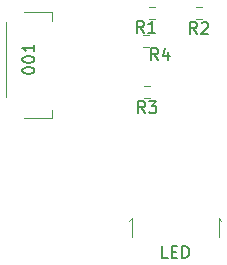
<source format=gbr>
%TF.GenerationSoftware,KiCad,Pcbnew,(5.1.10)-1*%
%TF.CreationDate,2022-02-26T10:37:03-05:00*%
%TF.ProjectId,001,3030312e-6b69-4636-9164-5f7063625858,rev?*%
%TF.SameCoordinates,Original*%
%TF.FileFunction,Legend,Top*%
%TF.FilePolarity,Positive*%
%FSLAX46Y46*%
G04 Gerber Fmt 4.6, Leading zero omitted, Abs format (unit mm)*
G04 Created by KiCad (PCBNEW (5.1.10)-1) date 2022-02-26 10:37:03*
%MOMM*%
%LPD*%
G01*
G04 APERTURE LIST*
%ADD10C,0.120000*%
%ADD11C,0.150000*%
G04 APERTURE END LIST*
D10*
%TO.C,J2*%
X108330400Y-72042655D02*
X108330400Y-71324900D01*
X108330400Y-71324900D02*
X105985081Y-71324900D01*
X108330400Y-80275000D02*
X108330400Y-79557245D01*
X105985081Y-80275000D02*
X108330400Y-80275000D01*
X104469600Y-72141500D02*
X104469600Y-78458500D01*
%TO.C,D1*%
X122500000Y-90350000D02*
X122500000Y-88750000D01*
X122500000Y-88750000D02*
X122700000Y-88950000D01*
X115100000Y-90350000D02*
X115100000Y-88750000D01*
X115100000Y-88750000D02*
X114900000Y-88950000D01*
%TO.C,R1*%
X116532776Y-70877500D02*
X117042224Y-70877500D01*
X116532776Y-71922500D02*
X117042224Y-71922500D01*
%TO.C,R2*%
X121054724Y-70827500D02*
X120545276Y-70827500D01*
X121054724Y-71872500D02*
X120545276Y-71872500D01*
%TO.C,R3*%
X116157776Y-77527500D02*
X116667224Y-77527500D01*
X116157776Y-78572500D02*
X116667224Y-78572500D01*
%TO.C,R4*%
X116032776Y-74272500D02*
X116542224Y-74272500D01*
X116032776Y-73227500D02*
X116542224Y-73227500D01*
%TO.C,J2*%
D11*
X105852380Y-76300000D02*
X105852380Y-76204761D01*
X105900000Y-76109523D01*
X105947619Y-76061904D01*
X106042857Y-76014285D01*
X106233333Y-75966666D01*
X106471428Y-75966666D01*
X106661904Y-76014285D01*
X106757142Y-76061904D01*
X106804761Y-76109523D01*
X106852380Y-76204761D01*
X106852380Y-76300000D01*
X106804761Y-76395238D01*
X106757142Y-76442857D01*
X106661904Y-76490476D01*
X106471428Y-76538095D01*
X106233333Y-76538095D01*
X106042857Y-76490476D01*
X105947619Y-76442857D01*
X105900000Y-76395238D01*
X105852380Y-76300000D01*
X105852380Y-75347619D02*
X105852380Y-75252380D01*
X105900000Y-75157142D01*
X105947619Y-75109523D01*
X106042857Y-75061904D01*
X106233333Y-75014285D01*
X106471428Y-75014285D01*
X106661904Y-75061904D01*
X106757142Y-75109523D01*
X106804761Y-75157142D01*
X106852380Y-75252380D01*
X106852380Y-75347619D01*
X106804761Y-75442857D01*
X106757142Y-75490476D01*
X106661904Y-75538095D01*
X106471428Y-75585714D01*
X106233333Y-75585714D01*
X106042857Y-75538095D01*
X105947619Y-75490476D01*
X105900000Y-75442857D01*
X105852380Y-75347619D01*
X106852380Y-74061904D02*
X106852380Y-74633333D01*
X106852380Y-74347619D02*
X105852380Y-74347619D01*
X105995238Y-74442857D01*
X106090476Y-74538095D01*
X106138095Y-74633333D01*
%TO.C,D1*%
X118157142Y-92102380D02*
X117680952Y-92102380D01*
X117680952Y-91102380D01*
X118490476Y-91578571D02*
X118823809Y-91578571D01*
X118966666Y-92102380D02*
X118490476Y-92102380D01*
X118490476Y-91102380D01*
X118966666Y-91102380D01*
X119395238Y-92102380D02*
X119395238Y-91102380D01*
X119633333Y-91102380D01*
X119776190Y-91150000D01*
X119871428Y-91245238D01*
X119919047Y-91340476D01*
X119966666Y-91530952D01*
X119966666Y-91673809D01*
X119919047Y-91864285D01*
X119871428Y-91959523D01*
X119776190Y-92054761D01*
X119633333Y-92102380D01*
X119395238Y-92102380D01*
%TO.C,R1*%
X116133333Y-73052380D02*
X115800000Y-72576190D01*
X115561904Y-73052380D02*
X115561904Y-72052380D01*
X115942857Y-72052380D01*
X116038095Y-72100000D01*
X116085714Y-72147619D01*
X116133333Y-72242857D01*
X116133333Y-72385714D01*
X116085714Y-72480952D01*
X116038095Y-72528571D01*
X115942857Y-72576190D01*
X115561904Y-72576190D01*
X117085714Y-73052380D02*
X116514285Y-73052380D01*
X116800000Y-73052380D02*
X116800000Y-72052380D01*
X116704761Y-72195238D01*
X116609523Y-72290476D01*
X116514285Y-72338095D01*
%TO.C,R2*%
X120633333Y-73152380D02*
X120300000Y-72676190D01*
X120061904Y-73152380D02*
X120061904Y-72152380D01*
X120442857Y-72152380D01*
X120538095Y-72200000D01*
X120585714Y-72247619D01*
X120633333Y-72342857D01*
X120633333Y-72485714D01*
X120585714Y-72580952D01*
X120538095Y-72628571D01*
X120442857Y-72676190D01*
X120061904Y-72676190D01*
X121014285Y-72247619D02*
X121061904Y-72200000D01*
X121157142Y-72152380D01*
X121395238Y-72152380D01*
X121490476Y-72200000D01*
X121538095Y-72247619D01*
X121585714Y-72342857D01*
X121585714Y-72438095D01*
X121538095Y-72580952D01*
X120966666Y-73152380D01*
X121585714Y-73152380D01*
%TO.C,R3*%
X116233333Y-79852380D02*
X115900000Y-79376190D01*
X115661904Y-79852380D02*
X115661904Y-78852380D01*
X116042857Y-78852380D01*
X116138095Y-78900000D01*
X116185714Y-78947619D01*
X116233333Y-79042857D01*
X116233333Y-79185714D01*
X116185714Y-79280952D01*
X116138095Y-79328571D01*
X116042857Y-79376190D01*
X115661904Y-79376190D01*
X116566666Y-78852380D02*
X117185714Y-78852380D01*
X116852380Y-79233333D01*
X116995238Y-79233333D01*
X117090476Y-79280952D01*
X117138095Y-79328571D01*
X117185714Y-79423809D01*
X117185714Y-79661904D01*
X117138095Y-79757142D01*
X117090476Y-79804761D01*
X116995238Y-79852380D01*
X116709523Y-79852380D01*
X116614285Y-79804761D01*
X116566666Y-79757142D01*
%TO.C,R4*%
X117333333Y-75352380D02*
X117000000Y-74876190D01*
X116761904Y-75352380D02*
X116761904Y-74352380D01*
X117142857Y-74352380D01*
X117238095Y-74400000D01*
X117285714Y-74447619D01*
X117333333Y-74542857D01*
X117333333Y-74685714D01*
X117285714Y-74780952D01*
X117238095Y-74828571D01*
X117142857Y-74876190D01*
X116761904Y-74876190D01*
X118190476Y-74685714D02*
X118190476Y-75352380D01*
X117952380Y-74304761D02*
X117714285Y-75019047D01*
X118333333Y-75019047D01*
%TD*%
M02*

</source>
